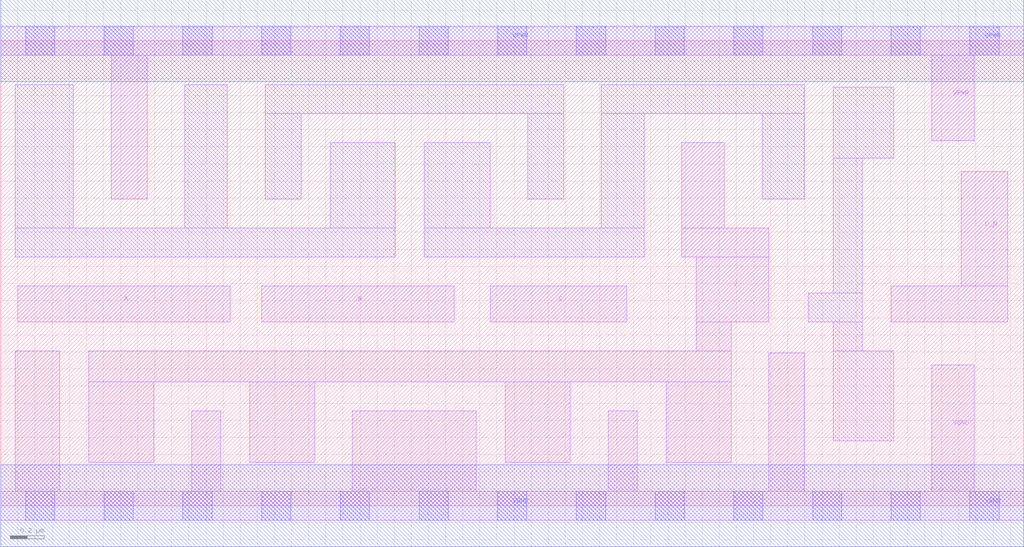
<source format=lef>
# Copyright 2020 The SkyWater PDK Authors
#
# Licensed under the Apache License, Version 2.0 (the "License");
# you may not use this file except in compliance with the License.
# You may obtain a copy of the License at
#
#     https://www.apache.org/licenses/LICENSE-2.0
#
# Unless required by applicable law or agreed to in writing, software
# distributed under the License is distributed on an "AS IS" BASIS,
# WITHOUT WARRANTIES OR CONDITIONS OF ANY KIND, either express or implied.
# See the License for the specific language governing permissions and
# limitations under the License.
#
# SPDX-License-Identifier: Apache-2.0

VERSION 5.7 ;
  NAMESCASESENSITIVE ON ;
  NOWIREEXTENSIONATPIN ON ;
  DIVIDERCHAR "/" ;
  BUSBITCHARS "[]" ;
UNITS
  DATABASE MICRONS 200 ;
END UNITS
PROPERTYDEFINITIONS
  MACRO maskLayoutSubType STRING ;
  MACRO prCellType STRING ;
  MACRO originalViewName STRING ;
END PROPERTYDEFINITIONS
MACRO sky130_fd_sc_hdll__nor4b_2
  CLASS CORE ;
  FOREIGN sky130_fd_sc_hdll__nor4b_2 ;
  ORIGIN  0.000000  0.000000 ;
  SIZE  5.980000 BY  2.720000 ;
  SYMMETRY X Y R90 ;
  SITE unithd ;
  PIN A
    ANTENNAGATEAREA  0.555000 ;
    DIRECTION INPUT ;
    USE SIGNAL ;
    PORT
      LAYER li1 ;
        RECT 0.100000 1.075000 1.340000 1.285000 ;
    END
  END A
  PIN B
    ANTENNAGATEAREA  0.555000 ;
    DIRECTION INPUT ;
    USE SIGNAL ;
    PORT
      LAYER li1 ;
        RECT 1.525000 1.075000 2.650000 1.285000 ;
    END
  END B
  PIN C
    ANTENNAGATEAREA  0.555000 ;
    DIRECTION INPUT ;
    USE SIGNAL ;
    PORT
      LAYER li1 ;
        RECT 2.860000 1.075000 3.660000 1.285000 ;
    END
  END C
  PIN D_N
    ANTENNAGATEAREA  0.138600 ;
    DIRECTION INPUT ;
    USE SIGNAL ;
    PORT
      LAYER li1 ;
        RECT 5.205000 1.075000 5.885000 1.285000 ;
        RECT 5.615000 1.285000 5.885000 1.955000 ;
    END
  END D_N
  PIN VGND
    ANTENNADIFFAREA  1.189700 ;
    DIRECTION INOUT ;
    USE SIGNAL ;
    PORT
      LAYER li1 ;
        RECT 0.000000 -0.085000 5.980000 0.085000 ;
        RECT 0.085000  0.085000 0.345000 0.905000 ;
        RECT 1.115000  0.085000 1.285000 0.555000 ;
        RECT 2.055000  0.085000 2.780000 0.555000 ;
        RECT 3.550000  0.085000 3.720000 0.555000 ;
        RECT 4.490000  0.085000 4.695000 0.895000 ;
        RECT 5.440000  0.085000 5.690000 0.825000 ;
      LAYER mcon ;
        RECT 0.145000 -0.085000 0.315000 0.085000 ;
        RECT 0.605000 -0.085000 0.775000 0.085000 ;
        RECT 1.065000 -0.085000 1.235000 0.085000 ;
        RECT 1.525000 -0.085000 1.695000 0.085000 ;
        RECT 1.985000 -0.085000 2.155000 0.085000 ;
        RECT 2.445000 -0.085000 2.615000 0.085000 ;
        RECT 2.905000 -0.085000 3.075000 0.085000 ;
        RECT 3.365000 -0.085000 3.535000 0.085000 ;
        RECT 3.825000 -0.085000 3.995000 0.085000 ;
        RECT 4.285000 -0.085000 4.455000 0.085000 ;
        RECT 4.745000 -0.085000 4.915000 0.085000 ;
        RECT 5.205000 -0.085000 5.375000 0.085000 ;
        RECT 5.665000 -0.085000 5.835000 0.085000 ;
      LAYER met1 ;
        RECT 0.000000 -0.240000 5.980000 0.240000 ;
    END
  END VGND
  PIN VPWR
    ANTENNADIFFAREA  0.403400 ;
    DIRECTION INOUT ;
    USE SIGNAL ;
    PORT
      LAYER li1 ;
        RECT 0.000000 2.635000 5.980000 2.805000 ;
        RECT 0.645000 1.795000 0.855000 2.635000 ;
        RECT 5.440000 2.135000 5.690000 2.635000 ;
      LAYER mcon ;
        RECT 0.145000 2.635000 0.315000 2.805000 ;
        RECT 0.605000 2.635000 0.775000 2.805000 ;
        RECT 1.065000 2.635000 1.235000 2.805000 ;
        RECT 1.525000 2.635000 1.695000 2.805000 ;
        RECT 1.985000 2.635000 2.155000 2.805000 ;
        RECT 2.445000 2.635000 2.615000 2.805000 ;
        RECT 2.905000 2.635000 3.075000 2.805000 ;
        RECT 3.365000 2.635000 3.535000 2.805000 ;
        RECT 3.825000 2.635000 3.995000 2.805000 ;
        RECT 4.285000 2.635000 4.455000 2.805000 ;
        RECT 4.745000 2.635000 4.915000 2.805000 ;
        RECT 5.205000 2.635000 5.375000 2.805000 ;
        RECT 5.665000 2.635000 5.835000 2.805000 ;
      LAYER met1 ;
        RECT 0.000000 2.480000 5.980000 2.960000 ;
    END
  END VPWR
  PIN Y
    ANTENNADIFFAREA  1.219500 ;
    DIRECTION OUTPUT ;
    USE SIGNAL ;
    PORT
      LAYER li1 ;
        RECT 0.515000 0.255000 0.895000 0.725000 ;
        RECT 0.515000 0.725000 4.270000 0.905000 ;
        RECT 1.455000 0.255000 1.835000 0.725000 ;
        RECT 2.950000 0.255000 3.330000 0.725000 ;
        RECT 3.890000 0.255000 4.270000 0.725000 ;
        RECT 3.980000 1.455000 4.490000 1.625000 ;
        RECT 3.980000 1.625000 4.230000 2.125000 ;
        RECT 4.065000 0.905000 4.270000 1.075000 ;
        RECT 4.065000 1.075000 4.490000 1.455000 ;
    END
  END Y
  OBS
    LAYER li1 ;
      RECT 0.085000 1.455000 2.305000 1.625000 ;
      RECT 0.085000 1.625000 0.425000 2.465000 ;
      RECT 1.075000 1.625000 1.325000 2.465000 ;
      RECT 1.545000 1.795000 1.755000 2.295000 ;
      RECT 1.545000 2.295000 3.290000 2.465000 ;
      RECT 1.925000 1.625000 2.305000 2.125000 ;
      RECT 2.475000 1.455000 3.760000 1.625000 ;
      RECT 2.475000 1.625000 2.860000 2.125000 ;
      RECT 3.080000 1.795000 3.290000 2.295000 ;
      RECT 3.510000 1.625000 3.760000 2.295000 ;
      RECT 3.510000 2.295000 4.695000 2.465000 ;
      RECT 4.450000 1.795000 4.695000 2.295000 ;
      RECT 4.720000 1.075000 5.035000 1.245000 ;
      RECT 4.865000 0.380000 5.220000 0.905000 ;
      RECT 4.865000 0.905000 5.035000 1.075000 ;
      RECT 4.865000 1.245000 5.035000 2.035000 ;
      RECT 4.865000 2.035000 5.220000 2.450000 ;
  END
  PROPERTY maskLayoutSubType "abstract" ;
  PROPERTY prCellType "standard" ;
  PROPERTY originalViewName "layout" ;
END sky130_fd_sc_hdll__nor4b_2

</source>
